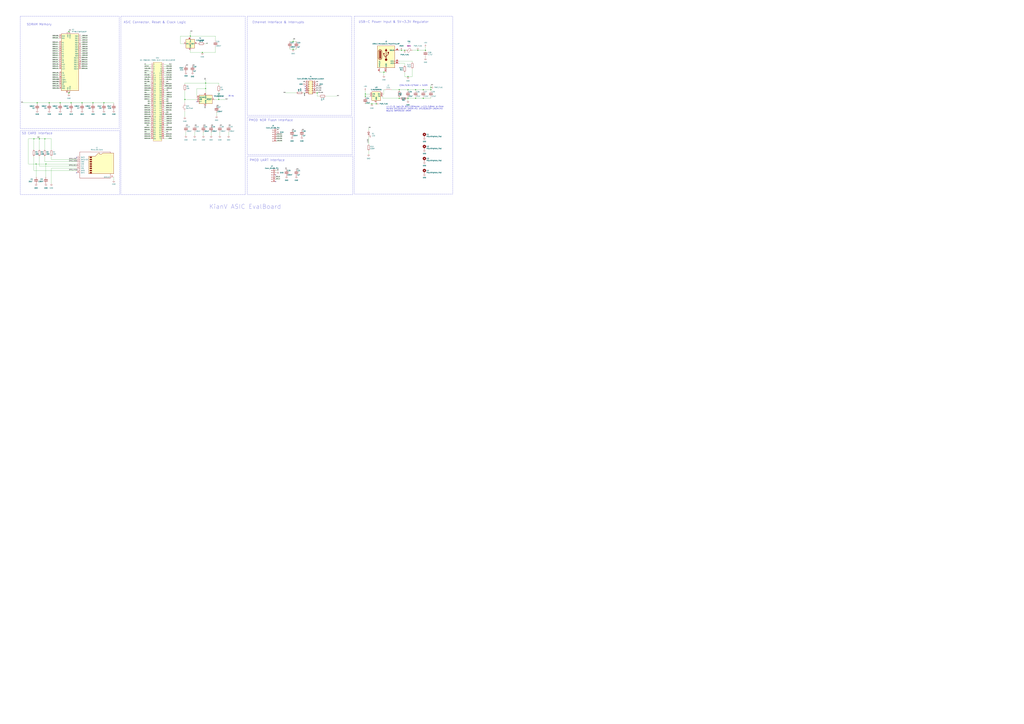
<source format=kicad_sch>
(kicad_sch (version 20250114) (generator "eeschema") (generator_version "9.0")
  (paper "A0")
  (rectangle (start 287.274 135.89) (end 409.194 179.832) (stroke (width 0) (type dash)))
  (rectangle (start 140.462 19.05) (end 284.988 226.314) (stroke (width 0) (type dash)))
  (rectangle (start 287.02 19.05) (end 408.432 134.112) (stroke (width 0) (type dash)))
  (rectangle (start 23.495 19.05) (end 138.43 149.606) (stroke (width 0) (type dash)))
  (rectangle (start 287.274 181.356) (end 409.702 226.06) (stroke (width 0) (type dash)))
  (rectangle (start 23.495 151.765) (end 139.065 226.06) (stroke (width 0) (type dash)))
  (rectangle (start 411.48 18.796) (end 525.526 225.552) (stroke (width 0) (type dash)))
  (text "(15k/3.3k+1)*0.6V = 3.32V\n" (at 463.804 100.076 0) (effects (font (size 1.524 1.524)) (justify left bottom)))
  (text "USB-C Power Input & 5V→3.3V Regulator" (at 456.946 25.4 0) (effects (font (size 2.54 2.54))))
  (text "20 ms" (at 265.176 112.268 0) (effects (font (size 1.27 1.27)) (justify left bottom)))
  (text "L1,L2,L3: Isat>3A Rdc<100mohm L=2.5-5.8mm W<3mm\nMurata DFE322512F-2R2M=P2, DFE252012P-2R2M=P2\nBourns SRP2512A-2R2M" (at 448.564 129.794 0) (effects (font (size 1.524 1.524)) (justify left bottom)))
  (text "KianV ASIC EvalBoard" (at 284.734 240.284 0) (effects (font (size 5.08 5.08))))
  (text "PMOD NOR Flash Interface" (at 314.452 139.7 0) (effects (font (size 2.54 2.54))))
  (text "ASIC Connector, Reset & Clock Logic" (at 179.832 25.908 0) (effects (font (size 2.54 2.54))))
  (text "Ethernet Interface & Interrupts" (at 323.088 25.908 0) (effects (font (size 2.54 2.54))))
  (text "PMOD UART Interface" (at 310.134 186.182 0) (effects (font (size 2.54 2.54))))
  (text "SD CARD Interface" (at 43.18 154.94 0) (effects (font (size 2.54 2.54))))
  (text "SDRAM Memory" (at 45.466 28.448 0) (effects (font (size 2.54 2.54))))
  (junction (at 436.88 120.65))
  (junction (at 57.15 119.38))
  (junction (at 424.18 109.22))
  (junction (at 491.49 104.14))
  (junction (at 469.9 58.42))
  (junction (at 41.91 190.5))
  (junction (at 424.18 111.76))
  (junction (at 473.71 114.3))
  (junction (at 473.71 88.9))
  (junction (at 95.25 119.38))
  (junction (at 39.37 161.29))
  (junction (at 220.98 41.91))
  (junction (at 234.95 60.96))
  (junction (at 52.07 161.29))
  (junction (at 368.3 107.95))
  (junction (at 82.55 119.38))
  (junction (at 431.8 120.65))
  (junction (at 500.38 101.6))
  (junction (at 53.34 190.5))
  (junction (at 473.71 104.14))
  (junction (at 238.76 96.52))
  (junction (at 254 115.57))
  (junction (at 107.95 119.38))
  (junction (at 466.09 58.42))
  (junction (at 485.14 58.42))
  (junction (at 463.55 104.14))
  (junction (at 491.49 114.3))
  (junction (at 494.03 58.42))
  (junction (at 463.55 114.3))
  (junction (at 69.85 119.38))
  (junction (at 214.63 115.57))
  (junction (at 120.65 119.38))
  (junction (at 482.6 104.14))
  (junction (at 482.6 114.3))
  (junction (at 43.18 119.38))
  (junction (at 80.01 36.83))
  (junction (at 340.36 48.26))
  (junction (at 340.36 57.15))
  (junction (at 80.01 107.95))
  (junction (at 445.77 83.82))
  (junction (at 238.76 102.87))
  (junction (at 45.72 161.29))
  (junction (at 500.38 104.14))
  (no_connect (at 354.33 102.87))
  (no_connect (at 320.04 203.2))
  (no_connect (at 228.6 118.11))
  (no_connect (at 354.33 105.41))
  (no_connect (at 354.33 100.33))
  (no_connect (at 88.9 182.88))
  (no_connect (at 88.9 200.66))
  (no_connect (at 320.04 210.82))
  (wire (pts (xy 120.65 120.65) (xy 120.65 119.38)))
  (wire (pts (xy 93.98 69.85) (xy 101.6 69.85)))
  (wire (pts (xy 39.37 161.29) (xy 45.72 161.29)))
  (wire (pts (xy 424.18 120.65) (xy 431.8 120.65)))
  (wire (pts (xy 190.5 107.95) (xy 199.39 107.95)))
  (wire (pts (xy 60.96 52.07) (xy 68.58 52.07)))
  (wire (pts (xy 167.64 82.55) (xy 175.26 82.55)))
  (wire (pts (xy 190.5 82.55) (xy 199.39 82.55)))
  (wire (pts (xy 250.19 46.99) (xy 250.19 41.91)))
  (wire (pts (xy 93.98 44.45) (xy 101.6 44.45)))
  (wire (pts (xy 427.99 179.07) (xy 427.99 175.26)))
  (wire (pts (xy 445.77 87.63) (xy 445.77 83.82)))
  (wire (pts (xy 250.19 60.96) (xy 250.19 54.61)))
  (wire (pts (xy 132.08 205.74) (xy 132.08 209.55)))
  (wire (pts (xy 60.96 100.33) (xy 68.58 100.33)))
  (wire (pts (xy 45.72 193.04) (xy 88.9 193.04)))
  (wire (pts (xy 369.57 107.95) (xy 368.3 107.95)))
  (wire (pts (xy 60.96 59.69) (xy 68.58 59.69)))
  (wire (pts (xy 45.72 173.99) (xy 45.72 161.29)))
  (wire (pts (xy 190.5 133.35) (xy 199.39 133.35)))
  (wire (pts (xy 368.3 107.95) (xy 368.3 111.76)))
  (wire (pts (xy 167.64 80.01) (xy 175.26 80.01)))
  (wire (pts (xy 491.49 104.14) (xy 500.38 104.14)))
  (wire (pts (xy 60.96 87.63) (xy 68.58 87.63)))
  (wire (pts (xy 238.76 96.52) (xy 214.63 96.52)))
  (wire (pts (xy 215.9 153.67) (xy 215.9 157.48)))
  (wire (pts (xy 494.03 54.61) (xy 494.03 58.42)))
  (wire (pts (xy 190.5 130.81) (xy 195.58 130.81)))
  (wire (pts (xy 190.5 158.75) (xy 199.39 158.75)))
  (wire (pts (xy 170.18 146.05) (xy 175.26 146.05)))
  (wire (pts (xy 167.64 92.71) (xy 175.26 92.71)))
  (wire (pts (xy 167.64 128.27) (xy 175.26 128.27)))
  (wire (pts (xy 60.96 85.09) (xy 68.58 85.09)))
  (wire (pts (xy 93.98 41.91) (xy 101.6 41.91)))
  (wire (pts (xy 190.5 146.05) (xy 193.04 146.05)))
  (wire (pts (xy 39.37 198.12) (xy 88.9 198.12)))
  (wire (pts (xy 45.72 193.04) (xy 45.72 181.61)))
  (wire (pts (xy 336.55 57.15) (xy 340.36 57.15)))
  (wire (pts (xy 190.5 138.43) (xy 199.39 138.43)))
  (wire (pts (xy 226.06 153.67) (xy 226.06 157.48)))
  (wire (pts (xy 234.95 60.96) (xy 250.19 60.96)))
  (wire (pts (xy 167.64 153.67) (xy 175.26 153.67)))
  (wire (pts (xy 167.64 148.59) (xy 175.26 148.59)))
  (wire (pts (xy 60.96 95.25) (xy 68.58 95.25)))
  (wire (pts (xy 53.34 190.5) (xy 88.9 190.5)))
  (wire (pts (xy 190.5 102.87) (xy 199.39 102.87)))
  (wire (pts (xy 325.12 208.28) (xy 320.04 208.28)))
  (wire (pts (xy 93.98 72.39) (xy 101.6 72.39)))
  (wire (pts (xy 321.31 198.12) (xy 320.04 198.12)))
  (wire (pts (xy 190.5 87.63) (xy 199.39 87.63)))
  (wire (pts (xy 39.37 173.99) (xy 39.37 161.29)))
  (wire (pts (xy 209.55 41.91) (xy 220.98 41.91)))
  (wire (pts (xy 167.64 102.87) (xy 175.26 102.87)))
  (wire (pts (xy 473.71 104.14) (xy 473.71 105.41)))
  (wire (pts (xy 52.07 173.99) (xy 52.07 161.29)))
  (wire (pts (xy 473.71 104.14) (xy 482.6 104.14)))
  (wire (pts (xy 391.16 111.76) (xy 378.46 111.76)))
  (wire (pts (xy 60.96 80.01) (xy 68.58 80.01)))
  (wire (pts (xy 473.71 114.3) (xy 482.6 114.3)))
  (wire (pts (xy 59.69 185.42) (xy 88.9 185.42)))
  (wire (pts (xy 238.76 92.71) (xy 238.76 96.52)))
  (wire (pts (xy 238.76 96.52) (xy 238.76 102.87)))
  (wire (pts (xy 60.96 64.77) (xy 68.58 64.77)))
  (wire (pts (xy 190.5 113.03) (xy 199.39 113.03)))
  (wire (pts (xy 190.5 80.01) (xy 199.39 80.01)))
  (wire (pts (xy 41.91 190.5) (xy 33.02 190.5)))
  (wire (pts (xy 494.03 66.04) (xy 494.03 67.31)))
  (wire (pts (xy 190.5 85.09) (xy 199.39 85.09)))
  (wire (pts (xy 478.79 80.01) (xy 478.79 88.9)))
  (wire (pts (xy 93.98 57.15) (xy 101.6 57.15)))
  (wire (pts (xy 209.55 41.91) (xy 209.55 50.8)))
  (wire (pts (xy 93.98 46.99) (xy 101.6 46.99)))
  (wire (pts (xy 132.08 119.38) (xy 132.08 120.65)))
  (wire (pts (xy 482.6 114.3) (xy 491.49 114.3)))
  (wire (pts (xy 33.02 190.5) (xy 33.02 161.29)))
  (wire (pts (xy 424.18 105.41) (xy 424.18 109.22)))
  (wire (pts (xy 482.6 114.3) (xy 482.6 113.03)))
  (wire (pts (xy 45.72 160.02) (xy 45.72 161.29)))
  (wire (pts (xy 82.55 120.65) (xy 82.55 119.38)))
  (wire (pts (xy 59.69 195.58) (xy 59.69 213.36)))
  (wire (pts (xy 93.98 74.93) (xy 101.6 74.93)))
  (wire (pts (xy 431.8 120.65) (xy 436.88 120.65)))
  (wire (pts (xy 228.6 50.8) (xy 229.87 50.8)))
  (wire (pts (xy 167.64 123.19) (xy 175.26 123.19)))
  (wire (pts (xy 167.64 74.93) (xy 175.26 74.93)))
  (wire (pts (xy 238.76 102.87) (xy 238.76 107.95)))
  (wire (pts (xy 43.18 119.38) (xy 43.18 120.65)))
  (wire (pts (xy 340.36 48.26) (xy 344.17 48.26)))
  (wire (pts (xy 80.01 107.95) (xy 80.01 109.22)))
  (wire (pts (xy 214.63 129.54) (xy 214.63 135.89)))
  (wire (pts (xy 167.64 113.03) (xy 175.26 113.03)))
  (wire (pts (xy 368.3 107.95) (xy 367.03 107.95)))
  (wire (pts (xy 167.64 115.57) (xy 175.26 115.57)))
  (wire (pts (xy 368.3 111.76) (xy 370.84 111.76)))
  (wire (pts (xy 93.98 62.23) (xy 101.6 62.23)))
  (wire (pts (xy 167.64 77.47) (xy 175.26 77.47)))
  (wire (pts (xy 167.64 140.97) (xy 175.26 140.97)))
  (wire (pts (xy 445.77 104.14) (xy 447.04 104.14)))
  (wire (pts (xy 424.18 111.76) (xy 424.18 113.03)))
  (wire (pts (xy 254 106.68) (xy 254 115.57)))
  (wire (pts (xy 473.71 88.9) (xy 478.79 88.9)))
  (wire (pts (xy 473.71 113.03) (xy 473.71 114.3)))
  (wire (pts (xy 491.49 114.3) (xy 500.38 114.3)))
  (wire (pts (xy 167.64 107.95) (xy 175.26 107.95)))
  (wire (pts (xy 250.19 41.91) (xy 220.98 41.91)))
  (wire (pts (xy 52.07 187.96) (xy 88.9 187.96)))
  (wire (pts (xy 469.9 83.82) (xy 469.9 88.9)))
  (wire (pts (xy 167.64 110.49) (xy 175.26 110.49)))
  (wire (pts (xy 167.64 143.51) (xy 175.26 143.51)))
  (wire (pts (xy 500.38 99.06) (xy 500.38 101.6)))
  (wire (pts (xy 500.38 101.6) (xy 500.38 104.14)))
  (wire (pts (xy 107.95 120.65) (xy 107.95 119.38)))
  (wire (pts (xy 78.74 36.83) (xy 80.01 36.83)))
  (wire (pts (xy 57.15 119.38) (xy 69.85 119.38)))
  (wire (pts (xy 60.96 90.17) (xy 68.58 90.17)))
  (wire (pts (xy 60.96 49.53) (xy 68.58 49.53)))
  (wire (pts (xy 469.9 88.9) (xy 473.71 88.9)))
  (wire (pts (xy 60.96 74.93) (xy 68.58 74.93)))
  (wire (pts (xy 26.67 119.38) (xy 43.18 119.38)))
  (wire (pts (xy 485.14 58.42) (xy 494.03 58.42)))
  (wire (pts (xy 167.64 87.63) (xy 175.26 87.63)))
  (wire (pts (xy 167.64 97.79) (xy 175.26 97.79)))
  (wire (pts (xy 245.11 153.67) (xy 245.11 157.48)))
  (wire (pts (xy 336.55 48.26) (xy 340.36 48.26)))
  (wire (pts (xy 190.5 105.41) (xy 193.04 105.41)))
  (wire (pts (xy 190.5 92.71) (xy 199.39 92.71)))
  (wire (pts (xy 190.5 125.73) (xy 199.39 125.73)))
  (wire (pts (xy 500.38 104.14) (xy 500.38 105.41)))
  (wire (pts (xy 171.45 120.65) (xy 175.26 120.65)))
  (wire (pts (xy 80.01 107.95) (xy 81.28 107.95)))
  (wire (pts (xy 93.98 64.77) (xy 101.6 64.77)))
  (wire (pts (xy 228.6 113.03) (xy 228.6 102.87)))
  (wire (pts (xy 60.96 92.71) (xy 68.58 92.71)))
  (wire (pts (xy 167.64 130.81) (xy 175.26 130.81)))
  (wire (pts (xy 78.74 107.95) (xy 80.01 107.95)))
  (wire (pts (xy 424.18 109.22) (xy 429.26 109.22)))
  (wire (pts (xy 463.55 114.3) (xy 464.82 114.3)))
  (wire (pts (xy 237.49 50.8) (xy 241.3 50.8)))
  (wire (pts (xy 254 96.52) (xy 238.76 96.52)))
  (wire (pts (xy 190.5 161.29) (xy 199.39 161.29)))
  (wire (pts (xy 473.71 114.3) (xy 473.71 116.84)))
  (wire (pts (xy 436.88 120.65) (xy 436.88 119.38)))
  (wire (pts (xy 325.12 205.74) (xy 320.04 205.74)))
  (wire (pts (xy 190.5 74.93) (xy 199.39 74.93)))
  (wire (pts (xy 60.96 54.61) (xy 68.58 54.61)))
  (wire (pts (xy 93.98 49.53) (xy 101.6 49.53)))
  (wire (pts (xy 93.98 67.31) (xy 101.6 67.31)))
  (wire (pts (xy 255.27 153.67) (xy 255.27 157.48)))
  (wire (pts (xy 195.58 115.57) (xy 190.5 115.57)))
  (wire (pts (xy 60.96 102.87) (xy 68.58 102.87)))
  (wire (pts (xy 52.07 187.96) (xy 52.07 181.61)))
  (wire (pts (xy 321.31 158.75) (xy 327.66 158.75)))
  (wire (pts (xy 167.64 100.33) (xy 175.26 100.33)))
  (wire (pts (xy 53.34 205.74) (xy 53.34 190.5)))
  (wire (pts (xy 190.5 120.65) (xy 199.39 120.65)))
  (wire (pts (xy 93.98 52.07) (xy 101.6 52.07)))
  (wire (pts (xy 60.96 57.15) (xy 68.58 57.15)))
  (wire (pts (xy 466.09 58.42) (xy 469.9 58.42)))
  (wire (pts (xy 190.5 77.47) (xy 199.39 77.47)))
  (wire (pts (xy 93.98 80.01) (xy 101.6 80.01)))
  (wire (pts (xy 69.85 119.38) (xy 82.55 119.38)))
  (wire (pts (xy 331.47 107.95) (xy 344.17 107.95)))
  (wire (pts (xy 214.63 96.52) (xy 214.63 97.79)))
  (wire (pts (xy 214.63 115.57) (xy 228.6 115.57)))
  (wire (pts (xy 214.63 105.41) (xy 214.63 115.57)))
  (wire (pts (xy 60.96 77.47) (xy 68.58 77.47)))
  (wire (pts (xy 440.69 83.82) (xy 445.77 83.82)))
  (wire (pts (xy 43.18 119.38) (xy 57.15 119.38)))
  (wire (pts (xy 248.92 115.57) (xy 254 115.57)))
  (wire (pts (xy 59.69 181.61) (xy 59.69 185.42)))
  (wire (pts (xy 220.98 36.83) (xy 220.98 41.91)))
  (wire (pts (xy 463.55 73.66) (xy 469.9 73.66)))
  (wire (pts (xy 190.5 135.89) (xy 199.39 135.89)))
  (wire (pts (xy 445.77 109.22) (xy 444.5 109.22)))
  (wire (pts (xy 190.5 148.59) (xy 199.39 148.59)))
  (wire (pts (xy 445.77 104.14) (xy 445.77 109.22)))
  (wire (pts (xy 482.6 104.14) (xy 491.49 104.14)))
  (wire (pts (xy 220.98 41.91) (xy 220.98 43.18)))
  (wire (pts (xy 344.17 57.15) (xy 344.17 55.88)))
  (wire (pts (xy 120.65 119.38) (xy 132.08 119.38)))
  (wire (pts (xy 220.98 60.96) (xy 220.98 58.42)))
  (wire (pts (xy 321.31 163.83) (xy 327.66 163.83)))
  (wire (pts (xy 59.69 173.99) (xy 59.69 161.29)))
  (wire (pts (xy 454.66 104.14) (xy 463.55 104.14)))
  (wire (pts (xy 95.25 120.65) (xy 95.25 119.38)))
  (wire (pts (xy 60.96 69.85) (xy 68.58 69.85)))
  (wire (pts (xy 167.64 151.13) (xy 175.26 151.13)))
  (wire (pts (xy 445.77 83.82) (xy 448.31 83.82)))
  (wire (pts (xy 424.18 109.22) (xy 424.18 111.76)))
  (wire (pts (xy 444.5 114.3) (xy 463.55 114.3)))
  (wire (pts (xy 336.55 55.88) (xy 336.55 57.15)))
  (wire (pts (xy 340.36 57.15) (xy 344.17 57.15)))
  (wire (pts (xy 463.55 104.14) (xy 473.71 104.14)))
  (wire (pts (xy 107.95 119.38) (xy 120.65 119.38)))
  (wire (pts (xy 39.37 198.12) (xy 39.37 181.61)))
  (wire (pts (xy 93.98 59.69) (xy 101.6 59.69)))
  (wire (pts (xy 321.31 200.66) (xy 320.04 200.66)))
  (wire (pts (xy 53.34 190.5) (xy 41.91 190.5)))
  (wire (pts (xy 427.99 151.13) (xy 427.99 148.59)))
  (wire (pts (xy 254 115.57) (xy 261.62 115.57)))
  (wire (pts (xy 251.46 130.81) (xy 251.46 134.62)))
  (wire (pts (xy 60.96 41.91) (xy 68.58 41.91)))
  (wire (pts (xy 265.43 153.67) (xy 265.43 157.48)))
  (wire (pts (xy 167.64 161.29) (xy 175.26 161.29)))
  (wire (pts (xy 80.01 36.83) (xy 81.28 36.83)))
  (wire (pts (xy 93.98 54.61) (xy 101.6 54.61)))
  (wire (pts (xy 69.85 119.38) (xy 69.85 120.65)))
  (wire (pts (xy 59.69 195.58) (xy 88.9 195.58)))
  (wire (pts (xy 190.5 153.67) (xy 193.04 153.67)))
  (wire (pts (xy 190.5 151.13) (xy 199.39 151.13)))
  (wire (pts (xy 340.36 45.72) (xy 340.36 48.26)))
  (wire (pts (xy 351.79 107.95) (xy 354.33 107.95)))
  (wire (pts (xy 469.9 58.42) (xy 471.17 58.42)))
  (wire (pts (xy 427.99 167.64) (xy 427.99 158.75)))
  (wire (pts (xy 167.64 158.75) (xy 175.26 158.75)))
  (wire (pts (xy 190.5 110.49) (xy 199.39 110.49)))
  (wire (pts (xy 469.9 73.66) (xy 469.9 76.2)))
  (wire (pts (xy 463.55 104.14) (xy 463.55 105.41)))
  (wire (pts (xy 167.64 95.25) (xy 175.26 95.25)))
  (wire (pts (xy 190.5 143.51) (xy 199.39 143.51)))
  (wire (pts (xy 500.38 114.3) (xy 500.38 113.03)))
  (wire (pts (xy 463.55 58.42) (xy 466.09 58.42)))
  (wire (pts (xy 321.31 161.29) (xy 327.66 161.29)))
  (wire (pts (xy 228.6 102.87) (xy 238.76 102.87)))
  (wire (pts (xy 254 99.06) (xy 254 96.52)))
  (wire (pts (xy 190.5 97.79) (xy 199.39 97.79)))
  (wire (pts (xy 57.15 119.38) (xy 57.15 120.65)))
  (wire (pts (xy 236.22 153.67) (xy 236.22 157.48)))
  (wire (pts (xy 195.58 118.11) (xy 190.5 118.11)))
  (wire (pts (xy 190.5 95.25) (xy 193.04 95.25)))
  (wire (pts (xy 167.64 133.35) (xy 175.26 133.35)))
  (wire (pts (xy 220.98 60.96) (xy 234.95 60.96)))
  (wire (pts (xy 472.44 114.3) (xy 473.71 114.3)))
  (wire (pts (xy 41.91 190.5) (xy 41.91 205.74)))
  (wire (pts (xy 190.5 140.97) (xy 199.39 140.97)))
  (wire (pts (xy 80.01 35.56) (xy 80.01 36.83)))
  (wire (pts (xy 95.25 119.38) (xy 107.95 119.38)))
  (wire (pts (xy 167.64 105.41) (xy 175.26 105.41)))
  (wire (pts (xy 60.96 44.45) (xy 68.58 44.45)))
  (wire (pts (xy 33.02 161.29) (xy 39.37 161.29)))
  (wire (pts (xy 190.5 128.27) (xy 199.39 128.27)))
  (wire (pts (xy 478.79 71.12) (xy 478.79 72.39)))
  (wire (pts (xy 444.5 111.76) (xy 444.5 114.3)))
  (wire (pts (xy 214.63 115.57) (xy 214.63 119.38)))
  (wire (pts (xy 190.5 100.33) (xy 199.39 100.33)))
  (wire (pts (xy 463.55 71.12) (xy 478.79 71.12)))
  (wire (pts (xy 45.72 161.29) (xy 52.07 161.29)))
  (wire (pts (xy 463.55 114.3) (xy 463.55 113.03)))
  (wire (pts (xy 167.64 156.21) (xy 175.26 156.21)))
  (wire (pts (xy 167.64 90.17) (xy 175.26 90.17)))
  (wire (pts (xy 482.6 104.14) (xy 482.6 105.41)))
  (wire (pts (xy 190.5 156.21) (xy 199.39 156.21)))
  (wire (pts (xy 491.49 114.3) (xy 491.49 113.03)))
  (wire (pts (xy 60.96 62.23) (xy 68.58 62.23)))
  (wire (pts (xy 60.96 67.31) (xy 68.58 67.31)))
  (wire (pts (xy 167.64 125.73) (xy 175.26 125.73)))
  (wire (pts (xy 52.07 161.29) (xy 59.69 161.29)))
  (wire (pts (xy 60.96 72.39) (xy 68.58 72.39)))
  (wire (pts (xy 167.64 138.43) (xy 175.26 138.43)))
  (wire (pts (xy 491.49 104.14) (xy 491.49 105.41)))
  (wire (pts (xy 93.98 77.47) (xy 101.6 77.47)))
  (wire (pts (xy 478.79 58.42) (xy 485.14 58.42)))
  (wire (pts (xy 321.31 156.21) (xy 327.66 156.21)))
  (wire (pts (xy 171.45 118.11) (xy 175.26 118.11)))
  (wire (pts (xy 424.18 111.76) (xy 429.26 111.76)))
  (wire (pts (xy 213.36 50.8) (xy 209.55 50.8)))
  (wire (pts (xy 190.5 123.19) (xy 199.39 123.19)))
  (wire (pts (xy 167.64 85.09) (xy 175.26 85.09)))
  (wire (pts (xy 190.5 90.17) (xy 199.39 90.17)))
  (wire (pts (xy 167.64 135.89) (xy 175.26 135.89)))
  (wire (pts (xy 60.96 97.79) (xy 68.58 97.79)))
  (wire (pts (xy 82.55 119.38) (xy 95.25 119.38)))
  (label "SPI1_CSN" (at 167.64 92.71 0) (effects (font (size 0.762 0.762))))
  (label "SDRAM_D3" (at 167.64 140.97 0) (effects (font (size 0.762 0.762))))
  (label "3V3" (at 223.52 76.2 0) (effects (font (size 0.762 0.762))))
  (label "SDRAM_D5" (at 101.6 54.61 180) (effects (font (size 0.762 0.762))))
  (label "SDRAM_nWE" (at 60.96 97.79 0) (effects (font (size 0.762 0.762))))
  (label "SDRAM_D8" (at 101.6 62.23 180) (effects (font (size 0.762 0.762))))
  (label "LEDC" (at 427.99 166.116 90))
  (label "3V3" (at 171.45 118.11 0) (effects (font (size 0.762 0.762))))
  (label "SDRAM_D2" (at 101.6 46.99 180) (effects (font (size 0.762 0.762))))
  (label "SDRAM_nCAS" (at 60.96 100.33 0) (effects (font (size 0.762 0.762))))
  (label "SDRAM_D7" (at 167.64 148.59 0) (effects (font (size 0.762 0.762))))
  (label "SDRAM_D15" (at 167.64 161.29 0) (effects (font (size 0.762 0.762))))
  (label "SDRAM_D9" (at 101.6 64.77 180) (effects (font (size 0.762 0.762))))
  (label "SDRAM_nRAS" (at 60.96 102.87 0) (effects (font (size 0.762 0.762))))
  (label "SPI0_MOSI" (at 80.01 187.96 0))
  (label "SDRAM_D0" (at 101.6 41.91 180) (effects (font (size 0.762 0.762))))
  (label "3V3" (at 215.9 146.05 0) (effects (font (size 0.762 0.762))))
  (label "SDRAM_D7" (at 101.6 59.69 180) (effects (font (size 0.762 0.762))))
  (label "SDRAM_nRAS" (at 199.39 133.35 180) (effects (font (size 0.762 0.762))))
  (label "SDRAM_D8" (at 199.39 148.59 180) (effects (font (size 0.762 0.762))))
  (label "SDRAM_D0" (at 199.39 135.89 180) (effects (font (size 0.762 0.762))))
  (label "FLASH_MISO" (at 167.64 80.01 0) (effects (font (size 0.762 0.762))))
  (label "clk" (at 167.64 74.93 0) (effects (font (size 0.762 0.762))))
  (label "SDRAM_A1" (at 60.96 52.07 0) (effects (font (size 0.762 0.762))))
  (label "SDRAM_CLK" (at 60.96 90.17 0) (effects (font (size 0.762 0.762))))
  (label "SDRAM_A5" (at 167.64 113.03 0) (effects (font (size 0.762 0.762))))
  (label "SDRAM_A5" (at 60.96 62.23 0) (effects (font (size 0.762 0.762))))
  (label "SDRAM_D13" (at 101.6 74.93 180) (effects (font (size 0.762 0.762))))
  (label "SDRAM_A9" (at 167.64 123.19 0) (effects (font (size 0.762 0.762))))
  (label "3V3" (at 80.01 35.56 0) (effects (font (size 0.762 0.762))))
  (label "GND" (at 167.64 153.67 0) (effects (font (size 0.762 0.762))))
  (label "SDRAM_D12" (at 101.6 72.39 180) (effects (font (size 0.762 0.762))))
  (label "UART_RX" (at 325.12 205.74 180) (effects (font (size 0.762 0.762))))
  (label "SDRAM_A12" (at 199.39 125.73 180) (effects (font (size 0.762 0.762))))
  (label "SDRAM_A0" (at 199.39 102.87 180) (effects (font (size 0.762 0.762))))
  (label "SDRAM_A11" (at 60.96 77.47 0) (effects (font (size 0.762 0.762))))
  (label "GND" (at 167.64 107.95 0) (effects (font (size 0.762 0.762))))
  (label "3V3" (at 500.38 99.06 0) (effects (font (size 0.762 0.762))))
  (label "SDRAM_D9" (at 167.64 151.13 0) (effects (font (size 0.762 0.762))))
  (label "SPI0_MISO" (at 80.01 198.12 0))
  (label "SDRAM_D6" (at 199.39 143.51 180) (effects (font (size 0.762 0.762))))
  (label "SPI1_MOSI" (at 367.03 105.41 0) (effects (font (size 0.762 0.762))))
  (label "3V3" (at 344.17 196.85 0) (effects (font (size 0.762 0.762))))
  (label "SPI0_SCLK" (at 80.01 193.04 0))
  (label "SDRAM_D12" (at 199.39 156.21 180) (effects (font (size 0.762 0.762))))
  (label "3V3" (at 193.04 153.67 0) (effects (font (size 0.762 0.762))))
  (label "UART_TX" (at 325.12 208.28 180) (effects (font (size 0.762 0.762))))
  (label "SDRAM_D15" (at 101.6 80.01 180) (effects (font (size 0.762 0.762))))
  (label "SDRAM_D10" (at 101.6 67.31 180) (effects (font (size 0.762 0.762))))
  (label "SDRAM_D2" (at 199.39 138.43 180) (effects (font (size 0.762 0.762))))
  (label "rst_n" (at 261.62 115.57 0) (effects (font (size 0.762 0.762))))
  (label "SDRAM_A3" (at 167.64 110.49 0) (effects (font (size 0.762 0.762))))
  (label "SPI1_SCLK" (at 199.39 92.71 180) (effects (font (size 0.762 0.762))))
  (label "3V3" (at 171.45 120.65 0) (effects (font (size 0.762 0.762))))
  (label "SPI0_CSN" (at 199.39 82.55 180) (effects (font (size 0.762 0.762))))
  (label "3V3" (at 226.06 146.05 0) (effects (font (size 0.762 0.762))))
  (label "FLASH_MISO" (at 327.66 158.75 180) (effects (font (size 0.762 0.762))))
  (label "SDRAM_A6" (at 199.39 113.03 180) (effects (font (size 0.762 0.762))))
  (label "SDRAM_DQM1" (at 60.96 95.25 0) (effects (font (size 0.762 0.762))))
  (label "3V3" (at 236.22 146.05 0) (effects (font (size 0.762 0.762))))
  (label "3V3" (at 193.04 146.05 0) (effects (font (size 0.762 0.762))))
  (label "SPI0_MOSI" (at 167.64 87.63 0) (effects (font (size 0.762 0.762))))
  (label "SDRAM_A6" (at 60.96 64.77 0) (effects (font (size 0.762 0.762))))
  (label "SDRAM_BA1" (at 60.96 44.45 0) (effects (font (size 0.762 0.762))))
  (label "SPI1_SCLK" (at 367.03 100.33 0) (effects (font (size 0.762 0.762))))
  (label "3V3" (at 331.47 107.95 180) (effects (font (size 0.762 0.762))))
  (label "GND" (at 195.58 130.81 180) (effects (font (size 0.762 0.762))))
  (label "3V3" (at 215.9 76.2 0) (effects (font (size 0.762 0.762))))
  (label "3V3" (at 427.99 148.59 0) (effects (font (size 0.762 0.762))))
  (label "FLASH_SCLK" (at 167.64 90.17 0) (effects (font (size 0.762 0.762))))
  (label "3V3" (at 255.27 146.05 0) (effects (font (size 0.762 0.762))))
  (label "SDRAM_A2" (at 199.39 107.95 180) (effects (font (size 0.762 0.762))))
  (label "GND" (at 238.76 123.19 270) (effects (font (size 0.762 0.762))))
  (label "SDRAM_nCS" (at 167.64 130.81 0) (effects (font (size 0.762 0.762))))
  (label "SDRAM_CKE" (at 167.64 100.33 0) (effects (font (size 0.762 0.762))))
  (label "GND" (at 167.64 97.79 0) (effects (font (size 0.762 0.762))))
  (label "GPIO0" (at 199.39 161.29 180) (effects (font (size 0.762 0.762))))
  (label "SPI1_MISO" (at 367.03 102.87 0) (effects (font (size 0.762 0.762))))
  (label "UART_TX" (at 167.64 82.55 0) (effects (font (size 0.762 0.762))))
  (label "SDRAM_D14" (at 199.39 158.75 180) (effects (font (size 0.762 0.762))))
  (label "SDRAM_A7" (at 167.64 115.57 0) (effects (font (size 0.762 0.762))))
  (label "SDRAM_D4" (at 199.39 140.97 180) (effects (font (size 0.762 0.762))))
  (label "3V3" (at 45.72 160.02 180) (effects (font (size 0.762 0.762))))
  (label "3V3" (at 367.03 95.25 0) (effects (font (size 0.762 0.762))))
  (label "3V3" (at 265.43 146.05 0) (effects (font (size 0.762 0.762))))
  (label "SDRAM_A3" (at 60.96 57.15 0) (effects (font (size 0.762 0.762))))
  (label "3V3" (at 350.52 151.13 0) (effects (font (size 0.762 0.762))))
  (label "FLASH_CSN" (at 199.39 87.63 180) (effects (font (size 0.762 0.762))))
  (label "SDRAM_D3" (at 101.6 49.53 180) (effects (font (size 0.762 0.762))))
  (label "SDRAM_D5" (at 167.64 143.51 0) (effects (font (size 0.762 0.762))))
  (label "3V3" (at 354.33 95.25 180) (effects (font (size 0.762 0.762))))
  (label "SDRAM_BA1" (at 199.39 128.27 180) (effects (font (size 0.762 0.762))))
  (label "SDRAM_A10" (at 60.96 74.93 0) (effects (font (size 0.762 0.762))))
  (label "3V3" (at 245.11 146.05 0) (effects (font (size 0.762 0.762))))
  (label "SDRAM_BA0" (at 60.96 41.91 0) (effects (font (size 0.762 0.762))))
  (label "FLASH_CSN" (at 327.66 163.83 180) (effects (font (size 0.762 0.762))))
  (label "SDRAM_D1" (at 167.64 138.43 0) (effects (font (size 0.762 0.762))))
  (label "GND" (at 195.58 115.57 180) (effects (font (size 0.762 0.762))))
  (label "SDRAM_D14" (at 101.6 77.47 180) (effects (font (size 0.762 0.762))))
  (label "3V3" (at 340.36 45.72 0) (effects (font (size 0.762 0.762))))
  (label "3V3" (at 321.31 198.12 0) (effects (font (size 0.762 0.762))))
  (label "3V3" (at 321.31 151.13 0) (effects (font (size 0.762 0.762))))
  (label "SPI0_SCLK" (at 199.39 85.09 180) (effects (font (size 0.762 0.762))))
  (label "SDRAM_D11" (at 101.6 69.85 180) (effects (font (size 0.762 0.762))))
  (label "SDRAM_D1" (at 101.6 44.45 180) (effects (font (size 0.762 0.762))))
  (label "SDRAM_A7" (at 60.96 67.31 0) (effects (font (size 0.762 0.762))))
  (label "SDRAM_A0" (at 60.96 49.53 0) (effects (font (size 0.762 0.762))))
  (label "rst_n" (at 199.39 74.93 180) (effects (font (size 0.762 0.762))))
  (label "clk" (at 241.3 50.8 180) (effects (font (size 0.762 0.762))))
  (label "SDRAM_CKE" (at 60.96 87.63 0) (effects (font (size 0.762 0.762))))
  (label "SDRAM_D10" (at 199.39 151.13 180) (effects (font (size 0.762 0.762))))
  (label "3V3" (at 251.46 123.19 0) (effects (font (size 0.762 0.762))))
  (label "UART_RX" (at 167.64 77.47 0) (effects (font (size 0.762 0.762))))
  (label "SDRAM_A8" (at 60.96 69.85 0) (effects (font (size 0.762 0.762))))
  (label "SPI0_CSN" (at 80.01 185.42 0))
  (label "FLASH_SCLK" (at 327.66 156.21 180) (effects (font (size 0.762 0.762))))
  (label "SPI1_MOSI" (at 167.64 95.25 0) (effects (font (size 0.762 0.762))))
  (label "SPI1_MISO" (at 199.39 80.01 180) (effects (font (size 0.762 0.762))))
  (label "SDRAM_D4" (at 101.6 52.07 180) (effects (font (size 0.762 0.762))))
  (label "3V3" (at 193.04 95.25 0) (effects (font (size 0.762 0.762))))
  (label "SDRAM_D6" (at 101.6 57.15 180) (effects (font (size 0.762 0.762))))
  (label "SDRAM_A1" (at 167.64 105.41 0) (effects (font (size 0.762 0.762))))
  (label "GND" (at 167.64 85.09 0) (effects (font (size 0.762 0.762))))
  (label "SDRAM_A9" (at 60.96 72.39 0) (effects (font (size 0.762 0.762))))
  (label "SDRAM_A4" (at 60.96 59.69 0) (effects (font (size 0.762 0.762))))
  (label "SDRAM_nCAS" (at 167.64 135.89 0) (effects (font (size 0.762 0.762))))
  (label "GPIO0" (at 354.33 107.95 270) (effects (font (size 0.762 0.762))))
  (label "SDRAM_A10" (at 199.39 123.19 180) (effects (font (size 0.762 0.762))))
  (label "FLASH_MOSI" (at 199.39 90.17 180) (effects (font (size 0.762 0.762))))
  (label "SDRAM_nCS" (at 60.96 85.09 0) (effects (font (size 0.762 0.762))))
  (label "3V3" (at 26.67 119.38 180) (effects (font (size 0.762 0.762))))
  (label "SPI0_MISO" (at 199.39 77.47 180) (effects (font (size 0.762 0.762))))
  (label "SDRAM_DQM1" (at 167.64 102.87 0) (effects (font (size 0.762 0.762))))
  (label "SDRAM_DQM0" (at 199.39 100.33 180) (effects (font (size 0.762 0.762))))
  (label "3V3" (at 339.09 151.13 0) (effects (font (size 0.762 0.762))))
  (label "SDRAM_A12" (at 60.96 80.01 0) (effects (font (size 0.762 0.762))))
  (label "3V3" (at 391.16 111.76 0) (effects (font (size 0.762 0.762))))
  (label "SDRAM_D11" (at 167.64 156.21 0) (effects (font (size 0.762 0.762))))
  (label "SDRAM_BA0" (at 167.64 128.27 0) (effects (font (size 0.762 0.762))))
  (label "3V3" (at 220.98 36.83 0) (effects (font (size 0.762 0.762))))
  (label "SDRAM_DQM0" (at 60.96 92.71 0) (effects (font (size 0.762 0.762))))
  (label "SDRAM_A8" (at 199.39 120.65 180) (effects (font (size 0.762 0.762))))
  (label "SDRAM_A2" (at 60.96 54.61 0) (effects (font (size 0.762 0.762))))
  (label "SPI1_CSN" (at 369.57 107.95 0) (effects (font (size 0.762 0.762))))
  (label "SDRAM_nWE" (at 167.64 133.35 0) (effects (font (size 0.762 0.762))))
  (label "SDRAM_A11" (at 167.64 125.73 0) (effects (font (size 0.762 0.762))))
  (label "SDRAM_D13" (at 167.64 158.75 0) (effects (font (size 0.762 0.762))))
  (label "SDRAM_CLK" (at 199.39 97.79 180) (effects (font (size 0.762 0.762))))
  (label "SDRAM_A4" (at 199.39 110.49 180) (effects (font (size 0.762 0.762))))
  (label "GND" (at 170.18 146.05 0) (effects (font (size 0.762 0.762))))
  (label "3V3" (at 332.74 196.85 90) (effects (font (size 0.762 0.762))))
  (label "3V3" (at 238.76 92.71 90) (effects (font (size 0.762 0.762))))
  (label "GND" (at 195.58 118.11 180) (effects (font (size 0.762 0.762))))
  (label "3V3" (at 193.04 105.41 0) (effects (font (size 0.762 0.762))))
  (label "FLASH_MOSI" (at 327.66 161.29 180) (effects (font (size 0.762 0.762))))
  (symbol (lib_id "Device:R") (at 463.55 109.22 0) (unit 1)
    (property "Reference" "RA1" (at 465.582 109.22 90))
    (property "Value" "15k" (at 463.55 109.22 90))
    (property "Footprint" "Resistor_SMD:R_0603_1608Metric" (effects (hide yes)))
  )
  (symbol (lib_id "Device:R") (at 468.63 114.3 270) (unit 1)
    (property "Reference" "RB1" (at 468.63 116.332 90))
    (property "Value" "3.3k" (at 468.63 114.3 90))
    (property "Footprint" "Resistor_SMD:R_0603_1608Metric" (effects (hide yes)))
    (property "MNF1_URL" "www.yageo.com" (effects (hide yes)))
    (property "MPN" "RT0603FRE073K3L" (effects (hide yes)))
    (property "Mouser" "603-RC0603FR-073K3L" (effects (hide yes)))
    (property "Mouse_r2" "603-RC0603FR-103K3L" (effects (hide yes)))
    (property "Digikey" "YAG3605CT-ND" (effects (hide yes)))
    (property "Newark" "94X1577" (effects (hide yes)))
    (property "LCSC" "C425629" (effects (hide yes)))
    (property "Koncar" "FR009" (effects (hide yes)))
  )
  (symbol (lib_id "Device:C") (at 491.49 109.22 0) (unit 1)
    (property "Reference" "C27" (at 492.125 106.68 0) (effects (justify left)))
    (property "Value" "2.2uF" (at 492.125 111.76 0) (effects (justify left)))
    (property "Footprint" "Capacitor_SMD:C_0805_2012Metric" (effects (hide yes)))
  )
  (symbol (lib_id "power:PWR_FLAG") (at 500.38 101.6 270) (unit 1)
    (property "Reference" "#FLG03" (effects (hide yes)))
    (property "Value" "PWR_FLAG" (at 504.19 101.5999 90) (effects (justify left)))
    (property "Description" "Special symbol for telling ERC where power comes from" (effects (hide yes)))
  )
  (symbol (lib_id "Memory_RAM:MT48LC16M16A2P") (at 81.28 72.39 0) (unit 1)
    (property "Reference" "U1" (at 83.4233 34.29 0) (effects (justify left)))
    (property "Value" "MT48LC16M16A2P" (at 83.4233 36.83 0) (effects (justify left)))
    (property "Footprint" "Package_SO:TSOP-II-54_22.2x10.16mm_P0.8mm" (effects (hide yes)))
    (property "Datasheet" "https://www.micron.com/-/media/client/global/documents/products/data-sheet/dram/256mb_sdr.pdf" (effects (hide yes)))
    (property "Description" "256M – (16M x 16 bit) Synchronous DRAM (SDRAM), TSOP-II-54" (effects (hide yes)))
  )
  (symbol (lib_id "Device:C") (at 473.71 109.22 0) (unit 1)
    (property "Reference" "C25" (at 474.345 106.68 0) (effects (justify left)))
    (property "Value" "22uF" (at 474.345 111.76 0) (effects (justify left)))
    (property "Footprint" "Capacitor_SMD:C_0805_2012Metric" (effects (hide yes)))
  )
  (symbol (lib_id "power:PWR_FLAG") (at 469.9 58.42 180) (unit 1)
    (property "Reference" "#FLG04" (effects (hide yes)))
    (property "Value" "PWR_FLAG" (at 469.9 63.5 0))
    (property "Description" "Special symbol for telling ERC where power comes from" (effects (hide yes)))
  )
  (symbol (lib_id "Device:C") (at 236.22 149.86 0) (unit 1)
    (property "Reference" "C14" (at 236.855 147.32 0) (effects (justify left)))
    (property "Value" "100nF" (at 236.855 152.4 0) (effects (justify left)))
    (property "Footprint" "Capacitor_SMD:C_0603_1608Metric" (effects (hide yes)))
    (property "MPN" "CX0603MRX7R8BB223" (effects (hide yes)))
  )
  (symbol (lib_id "power:GND") (at 354.33 97.79 270) (unit 1)
    (property "Reference" "#PWR029" (effects (hide yes)))
    (property "Value" "GND" (at 349.504 97.79 90))
    (property "Description" "Power symbol creates a global label with name \"GND\" , ground" (effects (hide yes)))
  )
  (symbol (lib_id "power:GND") (at 107.95 128.27 0) (unit 1)
    (property "Reference" "#PWR010" (effects (hide yes)))
    (property "Value" "GND" (at 108.077 132.6642 0))
  )
  (symbol (lib_id "Device:R") (at 52.07 177.8 0) (unit 1)
    (property "Reference" "R3" (at 53.848 176.6316 0) (effects (justify left)))
    (property "Value" "20K" (at 53.848 178.943 0) (effects (justify left)))
    (property "Footprint" "Resistor_SMD:R_0603_1608Metric" (effects (hide yes)))
  )
  (symbol (lib_id "Device:C") (at 95.25 124.46 180) (unit 1)
    (property "Reference" "C7" (at 92.329 125.6284 0) (effects (justify left)))
    (property "Value" "100nF" (at 92.329 123.317 0) (effects (justify left)))
    (property "Footprint" "Capacitor_SMD:C_0603_1608Metric" (effects (hide yes)))
  )
  (symbol (lib_id "Device:C") (at 132.08 124.46 180) (unit 1)
    (property "Reference" "C10" (at 129.159 125.6284 0) (effects (justify left)))
    (property "Value" "10uF" (at 129.159 123.317 0) (effects (justify left)))
    (property "Footprint" "Capacitor_SMD:C_0603_1608Metric" (effects (hide yes)))
  )
  (symbol (lib_id "power:GND") (at 132.08 209.55 0) (unit 1)
    (property "Reference" "#PWR013" (effects (hide yes)))
    (property "Value" "GND" (at 132.207 213.9442 0))
  )
  (symbol (lib_id "power:+5V") (at 424.18 105.41 0) (unit 1)
    (property "Reference" "#PWR031" (effects (hide yes)))
    (property "Value" "+5V" (at 424.18 100.33 0))
    (property "Description" "Power symbol creates a global label with name \"+5V\"" (effects (hide yes)))
  )
  (symbol (lib_id "Device:R") (at 214.63 101.6 0) (unit 1)
    (property "Reference" "R5" (at 216.408 100.4316 0) (effects (justify left)))
    (property "Value" "10k" (at 216.408 102.743 0) (effects (justify left)))
    (property "Footprint" "Resistor_SMD:R_0603_1608Metric" (effects (hide yes)))
  )
  (symbol (lib_id "power:GND") (at 41.91 213.36 0) (unit 1)
    (property "Reference" "#PWR01" (effects (hide yes)))
    (property "Value" "GND" (at 41.91 218.44 0))
    (property "Description" "Power symbol creates a global label with name \"GND\" , ground" (effects (hide yes)))
  )
  (symbol (lib_id "PCM_JLCPCB-Inductors:Ferrite,0805") (at 474.98 58.42 90) (unit 1)
    (property "Reference" "FB1" (at 474.9292 48.26 90))
    (property "Value" "~" (at 474.9292 50.8 90) (effects (font (size 0.8 0.8))))
    (property "Footprint" "PCM_JLCPCB:FB_0805" (effects (hide yes)))
    (property "Datasheet" "https://www.lcsc.com/datasheet/lcsc_datasheet_2310301640_Sunlord-GZ2012D101TF_C1015.pdf" (effects (hide yes)))
    (property "Description" "±25% 100Ω@100MHz 0805 Ferrite Beads ROHS" (effects (hide yes)))
    (property "LCSC" "C1015" (effects (hide yes)))
    (property "Stock" "196104" (effects (hide yes)))
    (property "Price" "0.017USD" (effects (hide yes)))
    (property "Process" "SMT" (effects (hide yes)))
    (property "Minimum Qty" "20" (effects (hide yes)))
    (property "Attrition Qty" "10" (effects (hide yes)))
    (property "Class" "Basic Component" (effects (hide yes)))
    (property "Category" "Filters/EMI Optimization,Ferrite Beads" (effects (hide yes)))
    (property "Manufacturer" "Sunlord" (effects (hide yes)))
    (property "Part" "GZ2012D101TF" (effects (hide yes)))
    (property "Impedance @ Frequency" "100Ω@100MHz" (effects (hide yes)))
    (property "Circuits" "1" (effects (hide yes)))
    (property "Current Rating" "800mA" (at 474.9292 53.34 90) (effects (font (size 0.8 0.8))))
    (property "Tolerance" "±25%" (effects (hide yes)))
  )
  (symbol (lib_id "Device:C") (at 215.9 149.86 0) (unit 1)
    (property "Reference" "C12" (at 216.535 147.32 0) (effects (justify left)))
    (property "Value" "100nF" (at 216.535 152.4 0) (effects (justify left)))
    (property "Footprint" "Capacitor_SMD:C_0603_1608Metric" (effects (hide yes)))
    (property "MPN" "CX0603MRX7R8BB223" (effects (hide yes)))
  )
  (symbol (lib_id "Device:C") (at 82.55 124.46 180) (unit 1)
    (property "Reference" "C6" (at 79.629 125.6284 0) (effects (justify left)))
    (property "Value" "100nF" (at 79.629 123.317 0) (effects (justify left)))
    (property "Footprint" "Capacitor_SMD:C_0603_1608Metric" (effects (hide yes)))
  )
  (symbol (lib_id "Device:L") (at 450.85 104.14 90) (unit 1)
    (property "Reference" "L1" (at 450.85 99.06 90))
    (property "Value" "2.2u" (at 450.85 101.6 90))
    (property "Footprint" "Inductor_SMD:L_0805_2012Metric" (effects (hide yes)))
    (property "Description" "Inductor" (effects (hide yes)))
  )
  (symbol (lib_id "Device:C") (at 251.46 127 0) (unit 1)
    (property "Reference" "C17" (at 252.095 124.46 0) (effects (justify left)))
    (property "Value" "100nF" (at 252.095 129.54 0) (effects (justify left)))
    (property "Footprint" "Capacitor_SMD:C_0603_1608Metric" (effects (hide yes)))
    (property "MPN" "CX0603MRX7R8BB223" (effects (hide yes)))
  )
  (symbol (lib_id "Device:C") (at 255.27 149.86 0) (unit 1)
    (property "Reference" "C18" (at 255.905 147.32 0) (effects (justify left)))
    (property "Value" "100nF" (at 255.905 152.4 0) (effects (justify left)))
    (property "Footprint" "Capacitor_SMD:C_0603_1608Metric" (effects (hide yes)))
    (property "MPN" "CX0603MRX7R8BB223" (effects (hide yes)))
  )
  (symbol (lib_id "Switch:SW_Push") (at 214.63 124.46 90) (unit 1)
    (property "Reference" "SW1" (at 215.9 123.1899 90) (effects (justify right)))
    (property "Value" "SW_Push" (at 215.9 125.7299 90) (effects (justify right)))
    (property "Footprint" "Button_Switch_THT:SW_PUSH_6mm_H5mm" (effects (hide yes)))
    (property "Description" "Push button switch, generic, two pins" (effects (hide yes)))
  )
  (symbol (lib_id "power:GND") (at 492.76 201.93 0) (unit 1)
    (property "Reference" "#PWR051" (effects (hide yes)))
    (property "Value" "GND" (at 492.887 206.3242 0))
  )
  (symbol (lib_id "power:GND") (at 473.71 116.84 0) (unit 1)
    (property "Reference" "#PWR036" (effects (hide yes)))
    (property "Value" "GND" (at 473.71 121.92 0))
    (property "Description" "Power symbol creates a global label with name \"GND\" , ground" (effects (hide yes)))
  )
  (symbol (lib_id "power:GND") (at 236.22 157.48 0) (unit 1)
    (property "Reference" "#PWR019" (effects (hide yes)))
    (property "Value" "GND" (at 236.22 162.56 0))
    (property "Description" "Power symbol creates a global label with name \"GND\" , ground" (effects (hide yes)))
  )
  (symbol (lib_id "Oscillator:CXO_DIP8") (at 220.98 50.8 0) (unit 1)
    (property "Reference" "Y1" (at 232.41 44.3798 0))
    (property "Value" "CXO_DIP8" (at 232.41 46.9198 0))
    (property "Footprint" "Package_DIP:DIP-8_W7.62mm_Socket" (effects (hide yes)))
    (property "Datasheet" "http://cdn-reichelt.de/documents/datenblatt/B400/OSZI.pdf" (effects (hide yes)))
    (property "Description" "Crystal Clock Oscillator, DIP8-style metal package" (effects (hide yes)))
  )
  (symbol (lib_id "power:GND") (at 59.69 213.36 0) (unit 1)
    (property "Reference" "#PWR05" (effects (hide yes)))
    (property "Value" "GND" (at 59.69 218.44 0))
    (property "Description" "Power symbol creates a global label with name \"GND\" , ground" (effects (hide yes)))
  )
  (symbol (lib_id "Device:R") (at 233.68 50.8 90) (unit 1)
    (property "Reference" "R6" (at 232.5116 49.022 0) (effects (justify left)))
    (property "Value" "33" (at 234.823 49.022 0) (effects (justify left)))
    (property "Footprint" "Resistor_SMD:R_0603_1608Metric" (effects (hide yes)))
  )
  (symbol (lib_id "Device:C") (at 107.95 124.46 180) (unit 1)
    (property "Reference" "C8" (at 105.029 125.6284 0) (effects (justify left)))
    (property "Value" "100nF" (at 105.029 123.317 0) (effects (justify left)))
    (property "Footprint" "Capacitor_SMD:C_0603_1608Metric" (effects (hide yes)))
  )
  (symbol (lib_id "Device:R") (at 374.65 111.76 270) (unit 1)
    (property "Reference" "R9" (at 375.8184 113.538 0) (effects (justify left)))
    (property "Value" "20K" (at 373.507 113.538 0) (effects (justify left)))
    (property "Footprint" "Resistor_SMD:R_0603_1608Metric" (effects (hide yes)))
  )
  (symbol (lib_id "power:GND") (at 120.65 128.27 0) (unit 1)
    (property "Reference" "#PWR011" (effects (hide yes)))
    (property "Value" "GND" (at 120.777 132.6642 0))
  )
  (symbol (lib_id "power:GND") (at 473.71 88.9 0) (unit 1)
    (property "Reference" "#PWR035" (effects (hide yes)))
    (property "Value" "GND" (at 473.71 93.98 0))
    (property "Description" "Power symbol creates a global label with name \"GND\" , ground" (effects (hide yes)))
  )
  (symbol (lib_id "Device:C") (at 500.38 109.22 0) (unit 1)
    (property "Reference" "C29" (at 501.015 106.68 0) (effects (justify left)))
    (property "Value" "2.2uF" (at 501.015 111.76 0) (effects (justify left)))
    (property "Footprint" "Capacitor_SMD:C_0805_2012Metric" (effects (hide yes)))
  )
  (symbol (lib_id "power:GND") (at 215.9 83.82 0) (unit 1)
    (property "Reference" "#PWR015" (effects (hide yes)))
    (property "Value" "GND" (at 216.027 88.2142 0))
  )
  (symbol (lib_id "power:GND") (at 339.09 158.75 0) (unit 1)
    (property "Reference" "#PWR027" (effects (hide yes)))
    (property "Value" "GND" (at 339.09 163.83 0))
    (property "Description" "Power symbol creates a global label with name \"GND\" , ground" (effects (hide yes)))
  )
  (symbol (lib_id "Device:C") (at 344.17 52.07 0) (unit 1)
    (property "Reference" "C23" (at 344.805 49.53 0) (effects (justify left)))
    (property "Value" "1uF" (at 344.805 54.61 0) (effects (justify left)))
    (property "Footprint" "Capacitor_SMD:C_0603_1608Metric" (effects (hide yes)))
    (property "MPN" "CX0603MRX7R8BB223" (effects (hide yes)))
  )
  (symbol (lib_id "power:GND") (at 427.99 179.07 0) (unit 1)
    (property "Reference" "#PWR032" (effects (hide yes)))
    (property "Value" "GND" (at 427.99 184.15 0))
    (property "Description" "Power symbol creates a global label with name \"GND\" , ground" (effects (hide yes)))
  )
  (symbol (lib_id "power:+5V") (at 466.09 58.42 0) (unit 1)
    (property "Reference" "#PWR042" (effects (hide yes)))
    (property "Value" "VBUS" (at 466.09 53.34 0))
    (property "Description" "Power symbol creates a global label with name \"+5V\"" (effects (hide yes)))
  )
  (symbol (lib_id "Device:R") (at 427.99 171.45 0) (unit 1)
    (property "Reference" "R10" (at 429.768 170.2816 0) (effects (justify left)))
    (property "Value" "536R" (at 429.768 172.593 0) (effects (justify left)))
    (property "Footprint" "Resistor_SMD:R_0603_1608Metric" (effects (hide yes)))
  )
  (symbol (lib_id "Device:R") (at 469.9 80.01 180) (unit 1)
    (property "Reference" "R11" (at 468.122 81.1784 0) (effects (justify left)))
    (property "Value" "5.1k" (at 468.122 78.867 0) (effects (justify left)))
    (property "Footprint" "Resistor_SMD:R_0603_1608Metric" (effects (hide yes)))
  )
  (symbol (lib_id "power:GND") (at 43.18 128.27 0) (unit 1)
    (property "Reference" "#PWR02" (effects (hide yes)))
    (property "Value" "GND" (at 43.307 132.6642 0))
  )
  (symbol (lib_id "Device:C") (at 69.85 124.46 180) (unit 1)
    (property "Reference" "C5" (at 66.929 125.6284 0) (effects (justify left)))
    (property "Value" "100nF" (at 66.929 123.317 0) (effects (justify left)))
    (property "Footprint" "Capacitor_SMD:C_0603_1608Metric" (effects (hide yes)))
  )
  (symbol (lib_id "Device:C") (at 424.18 116.84 0) (unit 1)
    (property "Reference" "C24" (at 424.815 114.3 0) (effects (justify left)))
    (property "Value" "22uF" (at 424.815 119.38 0) (effects (justify left)))
    (property "Footprint" "Capacitor_SMD:C_0805_2012Metric" (effects (hide yes)))
    (property "MPN" "CC0805ZKY5V5BB226 " (effects (hide yes)))
  )
  (symbol (lib_id "Device:C") (at 332.74 200.66 0) (unit 1)
    (property "Reference" "C20" (at 333.375 198.12 0) (effects (justify left)))
    (property "Value" "100nF" (at 333.375 203.2 0) (effects (justify left)))
    (property "Footprint" "Capacitor_SMD:C_0603_1608Metric" (effects (hide yes)))
    (property "MPN" "CX0603MRX7R8BB223" (effects (hide yes)))
  )
  (symbol (lib_id "Regulator_Switching:TLV62569DBV") (at 436.88 111.76 0) (unit 1)
    (property "Reference" "U3" (at 436.88 101.6 0))
    (property "Value" "TLV62569DBV" (at 436.88 104.14 0))
    (property "Footprint" "Package_TO_SOT_SMD:SOT-23-5" (effects (hide yes)))
    (property "Datasheet" "http://www.ti.com/lit/ds/symlink/tlv62569.pdf" (effects (hide yes)))
    (property "Description" "High Efficiency Synchronous Buck Converter, Adjustable Output 0.6V-5.5V, 2A, SOT-23-5" (effects (hide yes)))
  )
  (symbol (lib_id "Connector:USB_C_Receptacle_PowerOnly_6P") (at 448.31 66.04 0) (unit 1)
    (property "Reference" "J5" (at 448.31 48.26 0))
    (property "Value" "USB_C_Receptacle_PowerOnly_6P" (at 448.31 50.8 0))
    (property "Footprint" "Connector_USB:USB_C_Receptacle_GCT_USB4125-xx-x-0190_6P_TopMnt_Horizontal" (effects (hide yes)))
    (property "Datasheet" "https://www.usb.org/sites/default/files/documents/usb_type-c.zip" (effects (hide yes)))
    (property "Description" "USB Power-Only 6P Type-C Receptacle connector" (effects (hide yes)))
  )
  (symbol (lib_id "Device:C") (at 350.52 154.94 0) (unit 1)
    (property "Reference" "C30" (at 351.155 152.4 0) (effects (justify left)))
    (property "Value" "1uF" (at 351.155 157.48 0) (effects (justify left)))
    (property "Footprint" "Capacitor_SMD:C_0603_1608Metric" (effects (hide yes)))
    (property "MPN" "CX0603MRX7R8BB223" (effects (hide yes)))
  )
  (symbol (lib_id "power:GND") (at 214.63 135.89 0) (unit 1)
    (property "Reference" "#PWR014" (effects (hide yes)))
    (property "Value" "GND" (at 214.63 140.97 0))
    (property "Description" "Power symbol creates a global label with name \"GND\" , ground" (effects (hide yes)))
  )
  (symbol (lib_id "power:PWR_FLAG") (at 485.14 58.42 0) (unit 1)
    (property "Reference" "#FLG02" (effects (hide yes)))
    (property "Value" "PWR_FLAG" (at 485.14 53.34 0))
    (property "Description" "Special symbol for telling ERC where power comes from" (effects (hide yes)))
  )
  (symbol (lib_id "power:GND") (at 321.31 153.67 90) (unit 1)
    (property "Reference" "#PWR024" (effects (hide yes)))
    (property "Value" "GND" (at 325.12 153.6699 90) (effects (justify right)))
    (property "Description" "Power symbol creates a global label with name \"GND\" , ground" (effects (hide yes)))
  )
  (symbol (lib_id "power:GND") (at 332.74 204.47 0) (unit 1)
    (property "Reference" "#PWR026" (effects (hide yes)))
    (property "Value" "GND" (at 332.74 209.55 0))
    (property "Description" "Power symbol creates a global label with name \"GND\" , ground" (effects (hide yes)))
  )
  (symbol (lib_id "power:GND") (at 69.85 128.27 0) (unit 1)
    (property "Reference" "#PWR06" (effects (hide yes)))
    (property "Value" "GND" (at 69.977 132.6642 0))
  )
  (symbol (lib_id "Device:R") (at 59.69 177.8 0) (unit 1)
    (property "Reference" "R4" (at 61.468 176.6316 0) (effects (justify left)))
    (property "Value" "20K" (at 61.468 178.943 0) (effects (justify left)))
    (property "Footprint" "Resistor_SMD:R_0603_1608Metric" (effects (hide yes)))
  )
  (symbol (lib_id "power:GND") (at 57.15 128.27 0) (unit 1)
    (property "Reference" "#PWR04" (effects (hide yes)))
    (property "Value" "GND" (at 57.277 132.6642 0))
  )
  (symbol (lib_id "power:GND") (at 350.52 158.75 0) (unit 1)
    (property "Reference" "#PWR039" (effects (hide yes)))
    (property "Value" "GND" (at 350.52 163.83 0))
    (property "Description" "Power symbol creates a global label with name \"GND\" , ground" (effects (hide yes)))
  )
  (symbol (lib_id "Connector:Micro_SD_Card") (at 111.76 190.5 0) (unit 1)
    (property "Reference" "J1" (at 112.395 171.45 0))
    (property "Value" "Micro_SD_Card" (at 112.395 173.99 0))
    (property "Footprint" "Connector_Card:microSD_HC_Molex_47219-2001" (effects (hide yes)))
    (property "Datasheet" "https://www.we-online.com/components/products/datasheet/693072010801.pdf" (effects (hide yes)))
    (property "Description" "Micro SD Card Socket" (effects (hide yes)))
  )
  (symbol (lib_id "power:GND") (at 251.46 134.62 0) (unit 1)
    (property "Reference" "#PWR021" (effects (hide yes)))
    (property "Value" "GND" (at 251.46 139.7 0))
    (property "Description" "Power symbol creates a global label with name \"GND\" , ground" (effects (hide yes)))
  )
  (symbol (lib_id "power:GND") (at 226.06 157.48 0) (unit 1)
    (property "Reference" "#PWR017" (effects (hide yes)))
    (property "Value" "GND" (at 226.06 162.56 0))
    (property "Description" "Power symbol creates a global label with name \"GND\" , ground" (effects (hide yes)))
  )
  (symbol (lib_id "power:GND") (at 234.95 60.96 0) (unit 1)
    (property "Reference" "#PWR018" (effects (hide yes)))
    (property "Value" "GND" (at 234.95 66.04 0))
    (property "Description" "Power symbol creates a global label with name \"GND\" , ground" (effects (hide yes)))
  )
  (symbol (lib_id "Device:LED") (at 427.99 154.94 90) (unit 1)
    (property "Reference" "D1" (at 431.8 155.2574 90) (effects (justify right)))
    (property "Value" "LED" (at 431.8 157.7974 90) (effects (justify right)))
    (property "Footprint" "LED_SMD:LED_0805_2012Metric" (effects (hide yes)))
    (property "Description" "Light emitting diode" (effects (hide yes)))
    (property "Sim.Pins" "1=K 2=A" (effects (hide yes)))
  )
  (symbol (lib_id "Device:C") (at 494.03 62.23 0) (unit 1)
    (property "Reference" "C28" (at 496.951 61.0616 0) (effects (justify left)))
    (property "Value" "4.7uF" (at 496.951 63.373 0) (effects (justify left)))
    (property "Footprint" "Resistor_SMD:R_0603_1608Metric" (effects (hide yes)))
  )
  (symbol (lib_id "Mechanical:MountingHole_Pad") (at 492.76 185.42 0) (unit 1)
    (property "Reference" "H3" (at 495.3 184.1754 0) (effects (justify left)))
    (property "Value" "MountingHole_Pad" (at 495.3 186.4868 0) (effects (justify left)))
    (property "Footprint" "MountingHole:MountingHole_3.2mm_M3_Pad" (effects (hide yes)))
  )
  (symbol (lib_id "Device:C") (at 265.43 149.86 0) (unit 1)
    (property "Reference" "C19" (at 266.065 147.32 0) (effects (justify left)))
    (property "Value" "100nF" (at 266.065 152.4 0) (effects (justify left)))
    (property "Footprint" "Capacitor_SMD:C_0603_1608Metric" (effects (hide yes)))
    (property "MPN" "CX0603MRX7R8BB223" (effects (hide yes)))
  )
  (symbol (lib_id "power:GND") (at 445.77 87.63 0) (unit 1)
    (property "Reference" "#PWR034" (effects (hide yes)))
    (property "Value" "GND" (at 445.77 92.71 0))
    (property "Description" "Power symbol creates a global label with name \"GND\" , ground" (effects (hide yes)))
  )
  (symbol (lib_id "Device:C") (at 120.65 124.46 180) (unit 1)
    (property "Reference" "C9" (at 117.729 125.6284 0) (effects (justify left)))
    (property "Value" "10uF" (at 117.729 123.317 0) (effects (justify left)))
    (property "Footprint" "Capacitor_SMD:C_0603_1608Metric" (effects (hide yes)))
  )
  (symbol (lib_id "Mechanical:MountingHole_Pad") (at 492.76 171.45 0) (unit 1)
    (property "Reference" "H2" (at 495.3 170.2054 0) (effects (justify left)))
    (property "Value" "MountingHole_Pad" (at 495.3 172.5168 0) (effects (justify left)))
    (property "Footprint" "MountingHole:MountingHole_3.2mm_M3_Pad" (effects (hide yes)))
  )
  (symbol (lib_id "Device:C") (at 57.15 124.46 180) (unit 1)
    (property "Reference" "C4" (at 54.229 125.6284 0) (effects (justify left)))
    (property "Value" "100nF" (at 54.229 123.317 0) (effects (justify left)))
    (property "Footprint" "Capacitor_SMD:C_0603_1608Metric" (effects (hide yes)))
  )
  (symbol (lib_id "power:GND") (at 245.11 157.48 0) (unit 1)
    (property "Reference" "#PWR020" (effects (hide yes)))
    (property "Value" "GND" (at 245.11 162.56 0))
    (property "Description" "Power symbol creates a global label with name \"GND\" , ground" (effects (hide yes)))
  )
  (symbol (lib_id "power:PWR_FLAG") (at 436.88 120.65 270) (unit 1)
    (property "Reference" "#FLG01" (effects (hide yes)))
    (property "Value" "PWR_FLAG" (at 440.69 120.6499 90) (effects (justify left)))
    (property "Description" "Special symbol for telling ERC where power comes from" (effects (hide yes)))
  )
  (symbol (lib_id "power:GND") (at 80.01 109.22 0) (unit 1)
    (property "Reference" "#PWR07" (effects (hide yes)))
    (property "Value" "GND" (at 80.01 114.3 0))
    (property "Description" "Power symbol creates a global label with name \"GND\" , ground" (effects (hide yes)))
  )
  (symbol (lib_id "Connector:Conn_01x06_Pin") (at 316.23 156.21 0) (unit 1)
    (property "Reference" "J3" (at 316.865 146.05 0))
    (property "Value" "Conn_01x06_Pin" (at 316.865 148.59 0))
    (property "Footprint" "Connector_PinSocket_2.54mm:PinSocket_1x06_P2.54mm_Horizontal" (effects (hide yes)))
    (property "Description" "Generic connector, single row, 01x06, script generated" (effects (hide yes)))
  )
  (symbol (lib_id "Power_Supervisor:TPS3808DBV") (at 238.76 115.57 0) (unit 1)
    (property "Reference" "U2" (at 254 109.1498 0))
    (property "Value" "TPS3808DBV" (at 254 111.6898 0))
    (property "Footprint" "Package_TO_SOT_SMD:SOT-23-6" (effects (hide yes)))
    (property "Datasheet" "http://www.ti.com/lit/ds/symlink/tps3808.pdf" (effects (hide yes)))
    (property "Description" "Low-Quiescent-Current, Programmable-Delay Supervisory Circuit, SOT-23-6" (effects (hide yes)))
  )
  (symbol (lib_id "power:GND") (at 431.8 120.65 0) (unit 1)
    (property "Reference" "#PWR033" (effects (hide yes)))
    (property "Value" "GND" (at 431.8 125.73 0))
    (property "Description" "Power symbol creates a global label with name \"GND\" , ground" (effects (hide yes)))
  )
  (symbol (lib_id "power:GND") (at 53.34 213.36 0) (unit 1)
    (property "Reference" "#PWR03" (effects (hide yes)))
    (property "Value" "GND" (at 53.34 218.44 0))
    (property "Description" "Power symbol creates a global label with name \"GND\" , ground" (effects (hide yes)))
  )
  (symbol (lib_id "power:GND") (at 223.52 83.82 0) (unit 1)
    (property "Reference" "#PWR041" (effects (hide yes)))
    (property "Value" "GND" (at 223.52 88.9 0))
    (property "Description" "Power symbol creates a global label with name \"GND\" , ground" (effects (hide yes)))
  )
  (symbol (lib_id "Connector:Conn_01x06_Pin") (at 314.96 203.2 0) (unit 1)
    (property "Reference" "J2" (at 315.595 193.04 0))
    (property "Value" "Conn_01x06_Pin" (at 315.595 195.58 0))
    (property "Footprint" "Connector_PinSocket_2.54mm:PinSocket_1x06_P2.54mm_Horizontal" (effects (hide yes)))
    (property "Description" "Generic connector, single row, 01x06, script generated" (effects (hide yes)))
  )
  (symbol (lib_id "New_Library:HC-PBB40C-70DS-0.4V-2.0-02_CUSTOM") (at 182.88 118.11 0) (unit 1)
    (property "Reference" "CN1" (at 182.88 67.31 0))
    (property "Value" "HC-PBB40C-70DS-0.4V-2.0-02_CUSTOM" (at 182.88 69.85 0))
    (property "Footprint" "C19089262:CONN-SMD_70P-P0.40_HC-PBB40C-70DS-0.4V-3.0-02" (effects (hide yes)))
    (property "LCSC Part" "C19089262" (effects (hide yes)))
  )
  (symbol (lib_id "power:GND") (at 492.76 187.96 0) (unit 1)
    (property "Reference" "#PWR050" (effects (hide yes)))
    (property "Value" "GND" (at 492.887 192.3542 0))
  )
  (symbol (lib_id "Device:C") (at 344.17 200.66 0) (unit 1)
    (property "Reference" "C31" (at 344.805 198.12 0) (effects (justify left)))
    (property "Value" "1uF" (at 344.805 203.2 0) (effects (justify left)))
    (property "Footprint" "Capacitor_SMD:C_0603_1608Metric" (effects (hide yes)))
    (property "MPN" "CX0603MRX7R8BB223" (effects (hide yes)))
  )
  (symbol (lib_id "Device:R") (at 254 102.87 0) (unit 1)
    (property "Reference" "R7" (at 255.778 101.7016 0) (effects (justify left)))
    (property "Value" "10k" (at 255.778 104.013 0) (effects (justify left)))
    (property "Footprint" "Resistor_SMD:R_0603_1608Metric" (effects (hide yes)))
  )
  (symbol (lib_id "Device:C") (at 53.34 209.55 0) (unit 1)
    (property "Reference" "C3" (at 46.99 208.28 0) (effects (justify left)))
    (property "Value" "100nF" (at 44.45 210.82 0) (effects (justify left)))
    (property "Footprint" "Resistor_SMD:R_0603_1608Metric" (effects (hide yes)))
  )
  (symbol (lib_id "power:GND") (at 340.36 57.15 0) (unit 1)
    (property "Reference" "#PWR028" (effects (hide yes)))
    (property "Value" "GND" (at 340.36 62.23 0))
    (property "Description" "Power symbol creates a global label with name \"GND\" , ground" (effects (hide yes)))
  )
  (symbol (lib_id "Device:C") (at 41.91 209.55 0) (unit 1)
    (property "Reference" "C1" (at 35.56 208.28 0) (effects (justify left)))
    (property "Value" "10uF" (at 33.02 210.82 0) (effects (justify left)))
    (property "Footprint" "Resistor_SMD:R_0603_1608Metric" (effects (hide yes)))
  )
  (symbol (lib_id "Device:C") (at 250.19 50.8 0) (unit 1)
    (property "Reference" "C16" (at 250.825 48.26 0) (effects (justify left)))
    (property "Value" "100nF" (at 250.825 53.34 0) (effects (justify left)))
    (property "Footprint" "Capacitor_SMD:C_0603_1608Metric" (effects (hide yes)))
    (property "MPN" "CX0603MRX7R8BB223" (effects (hide yes)))
  )
  (symbol (lib_id "power:GND") (at 265.43 157.48 0) (unit 1)
    (property "Reference" "#PWR023" (effects (hide yes)))
    (property "Value" "GND" (at 265.43 162.56 0))
    (property "Description" "Power symbol creates a global label with name \"GND\" , ground" (effects (hide yes)))
  )
  (symbol (lib_id "Device:C") (at 226.06 149.86 0) (unit 1)
    (property "Reference" "C13" (at 226.695 147.32 0) (effects (justify left)))
    (property "Value" "100nF" (at 226.695 152.4 0) (effects (justify left)))
    (property "Footprint" "Capacitor_SMD:C_0603_1608Metric" (effects (hide yes)))
    (property "MPN" "CX0603MRX7R8BB223" (effects (hide yes)))
  )
  (symbol (lib_id "Device:C") (at 245.11 149.86 0) (unit 1)
    (property "Reference" "C15" (at 245.745 147.32 0) (effects (justify left)))
    (property "Value" "100nF" (at 245.745 152.4 0) (effects (justify left)))
    (property "Footprint" "Capacitor_SMD:C_0603_1608Metric" (effects (hide yes)))
    (property "MPN" "CX0603MRX7R8BB223" (effects (hide yes)))
  )
  (symbol (lib_id "power:GND") (at 215.9 157.48 0) (unit 1)
    (property "Reference" "#PWR016" (effects (hide yes)))
    (property "Value" "GND" (at 215.9 162.56 0))
    (property "Description" "Power symbol creates a global label with name \"GND\" , ground" (effects (hide yes)))
  )
  (symbol (lib_id "Device:C") (at 223.52 80.01 0) (unit 1)
    (property "Reference" "C32" (at 224.155 77.47 0) (effects (justify left)))
    (property "Value" "1uF" (at 224.155 82.55 0) (effects (justify left)))
    (property "Footprint" "Capacitor_SMD:C_0603_1608Metric" (effects (hide yes)))
    (property "MPN" "CX0603MRX7R8BB223" (effects (hide yes)))
  )
  (symbol (lib_id "Device:R") (at 347.98 107.95 90) (unit 1)
    (property "Reference" "R8" (at 346.8116 106.172 0) (effects (justify left)))
    (property "Value" "20K" (at 349.123 106.172 0) (effects (justify left)))
    (property "Footprint" "Resistor_SMD:R_0603_1608Metric" (effects (hide yes)))
  )
  (symbol (lib_id "Device:C") (at 339.09 154.94 0) (unit 1)
    (property "Reference" "C22" (at 339.725 152.4 0) (effects (justify left)))
    (property "Value" "100nF" (at 339.725 157.48 0) (effects (justify left)))
    (property "Footprint" "Capacitor_SMD:C_0603_1608Metric" (effects (hide yes)))
    (property "MPN" "CX0603MRX7R8BB223" (effects (hide yes)))
  )
  (symbol (lib_id "power:GND") (at 82.55 128.27 0) (unit 1)
    (property "Reference" "#PWR08" (effects (hide yes)))
    (property "Value" "GND" (at 82.677 132.6642 0))
  )
  (symbol (lib_id "power:GND") (at 344.17 204.47 0) (unit 1)
    (property "Reference" "#PWR040" (effects (hide yes)))
    (property "Value" "GND" (at 344.17 209.55 0))
    (property "Description" "Power symbol creates a global label with name \"GND\" , ground" (effects (hide yes)))
  )
  (symbol (lib_id "power:GND") (at 255.27 157.48 0) (unit 1)
    (property "Reference" "#PWR022" (effects (hide yes)))
    (property "Value" "GND" (at 255.27 162.56 0))
    (property "Description" "Power symbol creates a global label with name \"GND\" , ground" (effects (hide yes)))
  )
  (symbol (lib_id "power:GND") (at 321.31 200.66 90) (unit 1)
    (property "Reference" "#PWR025" (effects (hide yes)))
    (property "Value" "GND" (at 325.12 200.6599 90) (effects (justify right)))
    (property "Description" "Power symbol creates a global label with name \"GND\" , ground" (effects (hide yes)))
  )
  (symbol (lib_id "power:+5V") (at 494.03 54.61 0) (unit 1)
    (property "Reference" "#PWR037" (effects (hide yes)))
    (property "Value" "+5V" (at 494.03 49.53 0))
    (property "Description" "Power symbol creates a global label with name \"+5V\"" (effects (hide yes)))
  )
  (symbol (lib_id "Device:C") (at 336.55 52.07 0) (unit 1)
    (property "Reference" "C21" (at 337.185 49.53 0) (effects (justify left)))
    (property "Value" "100nF" (at 337.185 54.61 0) (effects (justify left)))
    (property "Footprint" "Capacitor_SMD:C_0603_1608Metric" (effects (hide yes)))
    (property "MPN" "CX0603MRX7R8BB223" (effects (hide yes)))
  )
  (symbol (lib_id "power:GND") (at 492.76 160.02 0) (unit 1)
    (property "Reference" "#PWR048" (effects (hide yes)))
    (property "Value" "GND" (at 492.887 164.4142 0))
  )
  (symbol (lib_id "Device:C") (at 43.18 124.46 180) (unit 1)
    (property "Reference" "C2" (at 40.259 125.6284 0) (effects (justify left)))
    (property "Value" "100nF" (at 40.259 123.317 0) (effects (justify left)))
    (property "Footprint" "Capacitor_SMD:C_0603_1608Metric" (effects (hide yes)))
  )
  (symbol (lib_id "power:GND") (at 132.08 128.27 0) (unit 1)
    (property "Reference" "#PWR012" (effects (hide yes)))
    (property "Value" "GND" (at 132.207 132.6642 0))
  )
  (symbol (lib_id "power:GND") (at 367.03 97.79 90) (unit 1)
    (property "Reference" "#PWR030" (effects (hide yes)))
    (property "Value" "GND" (at 370.84 97.7901 90) (effects (justify right)))
    (property "Description" "Power symbol creates a global label with name \"GND\" , ground" (effects (hide yes)))
  )
  (symbol (lib_id "Device:C") (at 215.9 80.01 180) (unit 1)
    (property "Reference" "C11" (at 212.979 81.1784 0) (effects (justify left)))
    (property "Value" "10uF" (at 212.979 78.867 0) (effects (justify left)))
    (property "Footprint" "Capacitor_SMD:C_0603_1608Metric" (effects (hide yes)))
  )
  (symbol (lib_id "New_Library_0:Conn_02x06_Top_Bottom_custom") (at 359.41 100.33 0) (unit 1)
    (property "Reference" "J4" (at 360.68 88.9 0))
    (property "Value" "Conn_02x06_Top_Bottom_custom" (at 360.68 91.44 0))
    (property "Footprint" "Connector_PinSocket_2.54mm:PinSocket_2x06_P2.54mm_Horizontal" (effects (hide yes)))
    (property "Description" "Generic connector, double row, 02x06, top/bottom pin numbering scheme (row 1: 1...pins_per_row, row2: pins_per_row+1 ... num_pins), script generated (kicad-library-utils/schlib/autogen/connector/)" (effects (hide yes)))
  )
  (symbol (lib_id "Device:R") (at 39.37 177.8 0) (unit 1)
    (property "Reference" "R1" (at 41.148 176.6316 0) (effects (justify left)))
    (property "Value" "20K" (at 41.148 178.943 0) (effects (justify left)))
    (property "Footprint" "Resistor_SMD:R_0603_1608Metric" (effects (hide yes)))
  )
  (symbol (lib_id "power:GND") (at 492.76 173.99 0) (unit 1)
    (property "Reference" "#PWR049" (effects (hide yes)))
    (property "Value" "GND" (at 492.887 178.3842 0))
  )
  (symbol (lib_id "Mechanical:MountingHole_Pad") (at 492.76 157.48 0) (unit 1)
    (property "Reference" "H1" (at 495.3 156.2354 0) (effects (justify left)))
    (property "Value" "MountingHole_Pad" (at 495.3 158.5468 0) (effects (justify left)))
    (property "Footprint" "MountingHole:MountingHole_3.2mm_M3_Pad" (effects (hide yes)))
  )
  (symbol (lib_id "Device:C") (at 482.6 109.22 0) (unit 1)
    (property "Reference" "C26" (at 483.235 106.68 0) (effects (justify left)))
    (property "Value" "22uF" (at 483.235 111.76 0) (effects (justify left)))
    (property "Footprint" "Capacitor_SMD:C_0805_2012Metric" (effects (hide yes)))
  )
  (symbol (lib_id "Device:R") (at 45.72 177.8 0) (unit 1)
    (property "Reference" "R2" (at 47.498 176.6316 0) (effects (justify left)))
    (property "Value" "20K" (at 47.498 178.943 0) (effects (justify left)))
    (property "Footprint" "Resistor_SMD:R_0603_1608Metric" (effects (hide yes)))
  )
  (symbol (lib_id "power:GND") (at 494.03 67.31 0) (unit 1)
    (property "Reference" "#PWR038" (effects (hide yes)))
    (property "Value" "GND" (at 494.03 72.39 0))
    (property "Description" "Power symbol creates a global label with name \"GND\" , ground" (effects (hide yes)))
  )
  (symbol (lib_id "Device:R") (at 478.79 76.2 180) (unit 1)
    (property "Reference" "R12" (at 477.012 77.3684 0) (effects (justify left)))
    (property "Value" "5.1k" (at 477.012 75.057 0) (effects (justify left)))
    (property "Footprint" "Resistor_SMD:R_0603_1608Metric" (effects (hide yes)))
  )
  (symbol (lib_id "Mechanical:MountingHole_Pad") (at 492.76 199.39 0) (unit 1)
    (property "Reference" "H4" (at 495.3 198.1454 0) (effects (justify left)))
    (property "Value" "MountingHole_Pad" (at 495.3 200.4568 0) (effects (justify left)))
    (property "Footprint" "MountingHole:MountingHole_3.2mm_M3_Pad" (effects (hide yes)))
  )
  (symbol (lib_id "power:GND") (at 95.25 128.27 0) (unit 1)
    (property "Reference" "#PWR09" (effects (hide yes)))
    (property "Value" "GND" (at 95.377 132.6642 0))
  )
)
</source>
